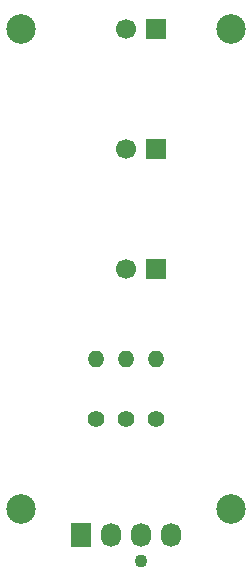
<source format=gbr>
%TF.GenerationSoftware,KiCad,Pcbnew,(6.0.1)*%
%TF.CreationDate,2022-02-28T16:14:51-08:00*%
%TF.ProjectId,trafficLight,74726166-6669-4634-9c69-6768742e6b69,rev?*%
%TF.SameCoordinates,Original*%
%TF.FileFunction,Soldermask,Bot*%
%TF.FilePolarity,Negative*%
%FSLAX46Y46*%
G04 Gerber Fmt 4.6, Leading zero omitted, Abs format (unit mm)*
G04 Created by KiCad (PCBNEW (6.0.1)) date 2022-02-28 16:14:51*
%MOMM*%
%LPD*%
G01*
G04 APERTURE LIST*
%ADD10C,1.400000*%
%ADD11O,1.400000X1.400000*%
%ADD12O,1.730000X2.030000*%
%ADD13R,1.730000X2.030000*%
%ADD14C,1.100000*%
%ADD15C,2.500000*%
%ADD16R,1.700000X1.800000*%
%ADD17C,1.700000*%
G04 APERTURE END LIST*
D10*
%TO.C,R3*%
X129540000Y-111760000D03*
D11*
X129540000Y-106680000D03*
%TD*%
D10*
%TO.C,R2*%
X127000000Y-111760000D03*
D11*
X127000000Y-106680000D03*
%TD*%
%TO.C,R1*%
X124460000Y-106680000D03*
D10*
X124460000Y-111760000D03*
%TD*%
D12*
%TO.C,J1*%
X130820000Y-121620000D03*
X128280000Y-121620000D03*
X125740000Y-121620000D03*
D13*
X123200000Y-121620000D03*
D14*
X128280000Y-123780000D03*
%TD*%
D15*
%TO.C,H4*%
X118110000Y-119380000D03*
%TD*%
%TO.C,H3*%
X135890000Y-119380000D03*
%TD*%
%TO.C,H2*%
X135890000Y-78740000D03*
%TD*%
%TO.C,H1*%
X118110000Y-78740000D03*
%TD*%
D16*
%TO.C,D3*%
X129540000Y-99060000D03*
D17*
X127000000Y-99060000D03*
%TD*%
D16*
%TO.C,D2*%
X129540000Y-88900000D03*
D17*
X127000000Y-88900000D03*
%TD*%
D16*
%TO.C,D1*%
X129540000Y-78740000D03*
D17*
X127000000Y-78740000D03*
%TD*%
M02*

</source>
